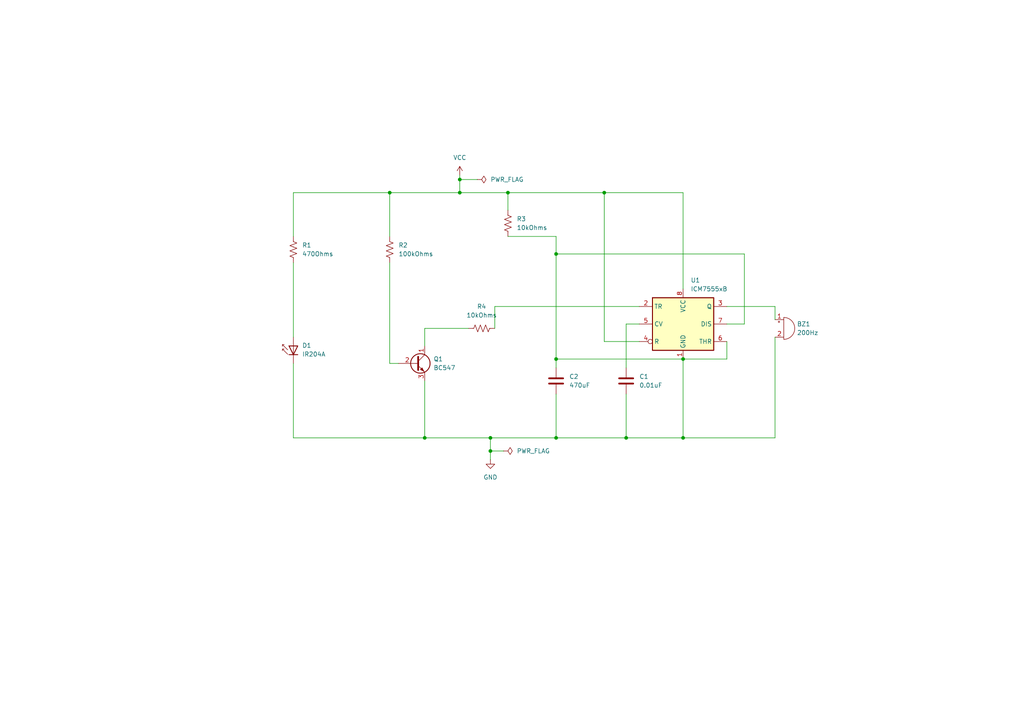
<source format=kicad_sch>
(kicad_sch (version 20231120) (generator "eeschema") (generator_version "8.0")
  (paper "A4")
  (lib_symbols
    (symbol "Device:Buzzer" (pin_names (offset 0.0254) hide)
      (property "Reference" "BZ" (at 3.81 1.27 0))
      (property "Value" "Buzzer" (at 3.81 -1.27 0))
      (symbol "Buzzer_0_1"
        (arc (start 0 -3.175) (mid 3.1612 0) (end 0 3.175))
        (polyline (pts (xy -1.651 1.905) (xy -1.143 1.905)))
        (polyline (pts (xy -1.397 2.159) (xy -1.397 1.651)))
        (polyline (pts (xy 0 3.175) (xy 0 -3.175)))
      )
      (symbol "Buzzer_1_1"
        (pin passive line (at -2.54 2.54 0) (length 2.54) (name "+") (number "1"))
        (pin passive line (at -2.54 -2.54 0) (length 2.54) (name "-") (number "2"))
      )
    )
    (symbol "Device:C" (pin_numbers hide) (pin_names (offset 0.254))
      (property "Reference" "C" (at 0.635 2.54 0))
      (property "Value" "C" (at 0.635 -2.54 0))
      (symbol "C_0_1"
        (polyline (pts (xy -2.032 -0.762) (xy 2.032 -0.762)) (stroke (width 0.508)))
        (polyline (pts (xy -2.032 0.762) (xy 2.032 0.762)) (stroke (width 0.508)))
      )
      (symbol "C_1_1"
        (pin passive line (at 0 3.81 270) (length 2.794) (name "~") (number "1"))
        (pin passive line (at 0 -3.81 90) (length 2.794) (name "~") (number "2"))
      )
    )
    (symbol "Device:R_US" (pin_numbers hide) (pin_names (offset 0))
      (property "Reference" "R" (at 2.54 0 90))
      (property "Value" "R_US" (at -2.54 0 90))
      (symbol "R_US_0_1"
        (polyline (pts (xy 0 -2.286) (xy 0 -2.54)))
        (polyline (pts (xy 0 2.286) (xy 0 2.54)))
        (polyline (pts (xy 0 -0.762) (xy 1.016 -1.143) (xy 0 -1.524) (xy -1.016 -1.905) (xy 0 -2.286)))
        (polyline (pts (xy 0 0.762) (xy 1.016 0.381) (xy 0 0) (xy -1.016 -0.381) (xy 0 -0.762)))
        (polyline (pts (xy 0 2.286) (xy 1.016 1.905) (xy 0 1.524) (xy -1.016 1.143) (xy 0 0.762)))
      )
      (symbol "R_US_1_1"
        (pin passive line (at 0 3.81 270) (length 1.27) (name "~") (number "1"))
        (pin passive line (at 0 -3.81 90) (length 1.27) (name "~") (number "2"))
      )
    )
    (symbol "LED:IR204A" (pin_numbers hide) (pin_names (offset 1.016) hide)
      (property "Reference" "D" (at 0.508 1.778 0))
      (property "Value" "IR204A" (at -1.016 -2.794 0))
      (symbol "IR204A_0_1"
        (polyline (pts (xy -2.54 1.27) (xy -2.54 -1.27)) (stroke (width 0.254)))
        (polyline (pts (xy 0 0) (xy -2.54 0)))
        (polyline (pts (xy 0.381 3.175) (xy -0.127 3.175)))
        (polyline (pts (xy -1.143 1.651) (xy 0.381 3.175) (xy 0.381 2.667)))
        (polyline (pts (xy 0 1.27) (xy -2.54 0) (xy 0 -1.27) (xy 0 1.27)) (stroke (width 0.254)))
        (polyline (pts (xy -2.413 1.651) (xy -0.889 3.175) (xy -0.889 2.667) (xy -0.889 3.175) (xy -1.397 3.175)))
      )
      (symbol "IR204A_1_1"
        (pin passive line (at -5.08 0 0) (length 2.54) (name "K") (number "1"))
        (pin passive line (at 2.54 0 180) (length 2.54) (name "A") (number "2"))
      )
    )
    (symbol "Timer:ICM7555xB"
      (property "Reference" "U" (at -10.16 8.89 0))
      (property "Value" "ICM7555xB" (at 2.54 8.89 0))
      (symbol "ICM7555xB_0_0"
        (pin power_in line (at 0 -10.16 90) (length 2.54) (name "GND") (number "1"))
        (pin power_in line (at 0 10.16 270) (length 2.54) (name "VCC") (number "8"))
      )
      (symbol "ICM7555xB_0_1"
        (rectangle (start -8.89 -7.62) (end 8.89 7.62) (stroke (width 0.254)) (fill (type background)))
        (rectangle (start -8.89 -7.62) (end 8.89 7.62) (stroke (width 0.254)) (fill (type background)))
      )
      (symbol "ICM7555xB_1_1"
        (pin input line (at -12.7 5.08 0) (length 3.81) (name "TR") (number "2"))
        (pin output line (at 12.7 5.08 180) (length 3.81) (name "Q") (number "3"))
        (pin input inverted (at -12.7 -5.08 0) (length 3.81) (name "R") (number "4"))
        (pin input line (at -12.7 0 0) (length 3.81) (name "CV") (number "5"))
        (pin input line (at 12.7 -5.08 180) (length 3.81) (name "THR") (number "6"))
        (pin input line (at 12.7 0 180) (length 3.81) (name "DIS") (number "7"))
      )
    )
    (symbol "Transistor_BJT:BC547" (pin_names (offset 0) hide)
      (property "Reference" "Q" (at 5.08 1.905 0))
      (property "Value" "BC547" (at 5.08 0 0))
      (symbol "BC547_0_1"
        (polyline (pts (xy 0 0) (xy 0.635 0)))
        (polyline (pts (xy 0.635 0.635) (xy 2.54 2.54)))
        (polyline (pts (xy 0.635 -0.635) (xy 2.54 -2.54) (xy 2.54 -2.54)))
        (polyline (pts (xy 0.635 1.905) (xy 0.635 -1.905) (xy 0.635 -1.905)) (stroke (width 0.508)))
        (polyline (pts (xy 1.27 -1.778) (xy 1.778 -1.27) (xy 2.286 -2.286) (xy 1.27 -1.778) (xy 1.27 -1.778)) (fill (type outline)))
        (circle (center 1.27 0) (radius 2.8194) (stroke (width 0.254)))
      )
      (symbol "BC547_1_1"
        (pin passive line (at 2.54 5.08 270) (length 2.54) (name "C") (number "1"))
        (pin input line (at -5.08 0 0) (length 5.08) (name "B") (number "2"))
        (pin passive line (at 2.54 -5.08 90) (length 2.54) (name "E") (number "3"))
      )
    )
    (symbol "power:GND" (power) (pin_numbers hide) (pin_names (offset 0) hide)
      (property "Value" "GND" (at 0 -3.81 0))
      (symbol "GND_0_1"
        (polyline (pts (xy 0 0) (xy 0 -1.27) (xy 1.27 -1.27) (xy 0 -2.54) (xy -1.27 -1.27) (xy 0 -1.27)))
      )
      (symbol "GND_1_1"
        (pin power_in line (at 0 0 270) (length 0) (name "~") (number "1"))
      )
    )
    (symbol "power:PWR_FLAG" (power) (pin_numbers hide) (pin_names (offset 0) hide)
      (property "Value" "PWR_FLAG" (at 0 3.81 0))
      (symbol "PWR_FLAG_0_0"
        (pin power_out line (at 0 0 90) (length 0) (name "~") (number "1"))
      )
      (symbol "PWR_FLAG_0_1"
        (polyline (pts (xy 0 0) (xy 0 1.27) (xy -1.016 1.905) (xy 0 2.54) (xy 1.016 1.905) (xy 0 1.27)))
      )
    )
    (symbol "power:VCC" (power) (pin_numbers hide) (pin_names (offset 0) hide)
      (property "Value" "VCC" (at 0 3.556 0))
      (symbol "VCC_0_1"
        (polyline (pts (xy -0.762 1.27) (xy 0 2.54)))
        (polyline (pts (xy 0 0) (xy 0 2.54)))
        (polyline (pts (xy 0 2.54) (xy 0.762 1.27)))
      )
      (symbol "VCC_1_1"
        (pin power_in line (at 0 0 90) (length 0) (name "~") (number "1"))
      )
    )
  )
  (junction (at 198.12 104.14))
  (junction (at 181.61 127))
  (junction (at 123.19 127))
  (junction (at 161.29 127))
  (junction (at 113.03 55.88))
  (junction (at 198.12 127))
  (junction (at 133.35 55.88))
  (junction (at 161.29 104.14))
  (junction (at 175.26 55.88))
  (junction (at 142.24 130.81))
  (junction (at 142.24 127))
  (junction (at 147.32 55.88))
  (junction (at 133.35 52.07))
  (junction (at 161.29 73.66))
  (wire (pts (xy 142.24 130.81) (xy 146.05 130.81)))
  (wire (pts (xy 133.35 50.8) (xy 133.35 52.07)))
  (wire (pts (xy 185.42 88.9) (xy 143.51 88.9)))
  (wire (pts (xy 198.12 104.14) (xy 198.12 127)))
  (wire (pts (xy 142.24 127) (xy 161.29 127)))
  (wire (pts (xy 161.29 104.14) (xy 161.29 73.66)))
  (wire (pts (xy 185.42 93.98) (xy 181.61 93.98)))
  (wire (pts (xy 215.9 73.66) (xy 161.29 73.66)))
  (wire (pts (xy 210.82 93.98) (xy 215.9 93.98)))
  (wire (pts (xy 181.61 93.98) (xy 181.61 106.68)))
  (wire (pts (xy 198.12 83.82) (xy 198.12 55.88)))
  (wire (pts (xy 147.32 55.88) (xy 133.35 55.88)))
  (wire (pts (xy 210.82 88.9) (xy 224.79 88.9)))
  (wire (pts (xy 133.35 52.07) (xy 138.43 52.07)))
  (wire (pts (xy 185.42 99.06) (xy 175.26 99.06)))
  (wire (pts (xy 215.9 93.98) (xy 215.9 73.66)))
  (wire (pts (xy 123.19 127) (xy 142.24 127)))
  (wire (pts (xy 143.51 88.9) (xy 143.51 95.25)))
  (wire (pts (xy 113.03 55.88) (xy 133.35 55.88)))
  (wire (pts (xy 133.35 52.07) (xy 133.35 55.88)))
  (wire (pts (xy 161.29 114.3) (xy 161.29 127)))
  (wire (pts (xy 147.32 55.88) (xy 147.32 60.96)))
  (wire (pts (xy 224.79 127) (xy 224.79 97.79)))
  (wire (pts (xy 181.61 127) (xy 198.12 127)))
  (wire (pts (xy 198.12 127) (xy 224.79 127)))
  (wire (pts (xy 85.09 55.88) (xy 113.03 55.88)))
  (wire (pts (xy 85.09 55.88) (xy 85.09 68.58)))
  (wire (pts (xy 175.26 99.06) (xy 175.26 55.88)))
  (wire (pts (xy 115.57 105.41) (xy 113.03 105.41)))
  (wire (pts (xy 142.24 133.35) (xy 142.24 130.81)))
  (wire (pts (xy 161.29 68.58) (xy 147.32 68.58)))
  (wire (pts (xy 161.29 106.68) (xy 161.29 104.14)))
  (wire (pts (xy 113.03 68.58) (xy 113.03 55.88)))
  (wire (pts (xy 123.19 100.33) (xy 123.19 95.25)))
  (wire (pts (xy 198.12 55.88) (xy 175.26 55.88)))
  (wire (pts (xy 113.03 105.41) (xy 113.03 76.2)))
  (wire (pts (xy 142.24 130.81) (xy 142.24 127)))
  (wire (pts (xy 85.09 127) (xy 123.19 127)))
  (wire (pts (xy 85.09 76.2) (xy 85.09 97.79)))
  (wire (pts (xy 210.82 99.06) (xy 210.82 104.14)))
  (wire (pts (xy 181.61 114.3) (xy 181.61 127)))
  (wire (pts (xy 198.12 104.14) (xy 161.29 104.14)))
  (wire (pts (xy 210.82 104.14) (xy 198.12 104.14)))
  (wire (pts (xy 161.29 127) (xy 181.61 127)))
  (wire (pts (xy 175.26 55.88) (xy 147.32 55.88)))
  (wire (pts (xy 161.29 73.66) (xy 161.29 68.58)))
  (wire (pts (xy 85.09 105.41) (xy 85.09 127)))
  (wire (pts (xy 224.79 92.71) (xy 224.79 88.9)))
  (wire (pts (xy 123.19 95.25) (xy 135.89 95.25)))
  (wire (pts (xy 123.19 110.49) (xy 123.19 127)))
  (symbol (lib_id "power:GND") (at 142.24 133.35 0) (unit 1)
    (property "Reference" "#PWR02" (effects (hide yes)))
    (property "Value" "GND" (at 142.24 138.43 0))
    (property "Description" "Power symbol creates a global label with name \"GND\" , ground" (effects (hide yes)))
  )
  (symbol (lib_id "Device:R_US") (at 113.03 72.39 0) (unit 1)
    (property "Reference" "R2" (at 115.57 71.1199 0) (effects (justify left)))
    (property "Value" "100kOhms" (at 115.57 73.6599 0) (effects (justify left)))
    (property "Footprint" "Resistor_THT:R_Axial_DIN0204_L3.6mm_D1.6mm_P2.54mm_Vertical" (effects (hide yes)))
    (property "Description" "Resistor, US symbol" (effects (hide yes)))
  )
  (symbol (lib_id "Device:R_US") (at 139.7 95.25 270) (unit 1)
    (property "Reference" "R4" (at 139.7 88.9 90))
    (property "Value" "10kOhms" (at 139.7 91.44 90))
    (property "Footprint" "Resistor_THT:R_Axial_DIN0204_L3.6mm_D1.6mm_P5.08mm_Vertical" (effects (hide yes)))
    (property "Description" "Resistor, US symbol" (effects (hide yes)))
  )
  (symbol (lib_id "Device:Buzzer") (at 227.33 95.25 0) (unit 1)
    (property "Reference" "BZ1" (at 231.14 93.9799 0) (effects (justify left)))
    (property "Value" "200Hz" (at 231.14 96.5199 0) (effects (justify left)))
    (property "Footprint" "Button_Switch_THT:SW_DIP_SPSTx01_Piano_10.8x4.1mm_W7.62mm_P2.54mm" (effects (hide yes)))
    (property "Description" "Buzzer, polarized" (effects (hide yes)))
  )
  (symbol (lib_id "power:PWR_FLAG") (at 138.43 52.07 270) (unit 1)
    (property "Reference" "#FLG01" (effects (hide yes)))
    (property "Value" "PWR_FLAG" (at 142.24 52.0699 90) (effects (justify left)))
    (property "Description" "Special symbol for telling ERC where power comes from" (effects (hide yes)))
  )
  (symbol (lib_id "Device:C") (at 161.29 110.49 0) (unit 1)
    (property "Reference" "C2" (at 165.1 109.2199 0) (effects (justify left)))
    (property "Value" "470uF" (at 165.1 111.7599 0) (effects (justify left)))
    (property "Footprint" "Capacitor_THT:CP_Axial_L10.0mm_D6.0mm_P15.00mm_Horizontal" (effects (hide yes)))
    (property "Description" "Unpolarized capacitor" (effects (hide yes)))
  )
  (symbol (lib_id "Transistor_BJT:BC547") (at 120.65 105.41 0) (unit 1)
    (property "Reference" "Q1" (at 125.73 104.1399 0) (effects (justify left)))
    (property "Value" "BC547" (at 125.73 106.6799 0) (effects (justify left)))
    (property "Footprint" "Package_TO_SOT_THT:TO-92_Inline" (effects (hide yes)))
    (property "Datasheet" "https://www.onsemi.com/pub/Collateral/BC550-D.pdf" (effects (hide yes)))
    (property "Description" "0.1A Ic, 45V Vce, Small Signal NPN Transistor, TO-92" (effects (hide yes)))
  )
  (symbol (lib_id "Device:R_US") (at 85.09 72.39 0) (unit 1)
    (property "Reference" "R1" (at 87.63 71.1199 0) (effects (justify left)))
    (property "Value" "470Ohms" (at 87.63 73.6599 0) (effects (justify left)))
    (property "Footprint" "Resistor_THT:R_Axial_DIN0204_L3.6mm_D1.6mm_P1.90mm_Vertical" (effects (hide yes)))
    (property "Description" "Resistor, US symbol" (effects (hide yes)))
  )
  (symbol (lib_id "LED:IR204A") (at 85.09 100.33 90) (unit 1)
    (property "Reference" "D1" (at 87.63 100.2029 90) (effects (justify right)))
    (property "Value" "IR204A" (at 87.63 102.7429 90) (effects (justify right)))
    (property "Footprint" "LED_THT:LED_D3.0mm_IRBlack" (effects (hide yes)))
    (property "Datasheet" "http://www.everlight.com/file/ProductFile/IR204-A.pdf" (effects (hide yes)))
    (property "Description" "Infrared LED , 3mm LED package" (effects (hide yes)))
  )
  (symbol (lib_id "Device:C") (at 181.61 110.49 0) (unit 1)
    (property "Reference" "C1" (at 185.42 109.2199 0) (effects (justify left)))
    (property "Value" "0.01uF" (at 185.42 111.7599 0) (effects (justify left)))
    (property "Footprint" "Capacitor_THT:CP_Axial_L10.0mm_D4.5mm_P15.00mm_Horizontal" (effects (hide yes)))
    (property "Description" "Unpolarized capacitor" (effects (hide yes)))
  )
  (symbol (lib_id "power:VCC") (at 133.35 50.8 0) (unit 1)
    (property "Reference" "#PWR01" (effects (hide yes)))
    (property "Value" "VCC" (at 133.35 45.72 0))
    (property "Description" "Power symbol creates a global label with name \"VCC\"" (effects (hide yes)))
  )
  (symbol (lib_id "Timer:ICM7555xB") (at 198.12 93.98 0) (unit 1)
    (property "Reference" "U1" (at 200.3141 81.28 0) (effects (justify left)))
    (property "Value" "ICM7555xB" (at 200.3141 83.82 0) (effects (justify left)))
    (property "Footprint" "Package_SO:SOIC-8_3.9x4.9mm_P1.27mm" (effects (hide yes)))
    (property "Datasheet" "http://www.intersil.com/content/dam/Intersil/documents/icm7/icm7555-56.pdf" (effects (hide yes)))
    (property "Description" "CMOS General Purpose Timer, 555 compatible, SOIC-8" (effects (hide yes)))
  )
  (symbol (lib_id "Device:R_US") (at 147.32 64.77 0) (unit 1)
    (property "Reference" "R3" (at 149.86 63.4999 0) (effects (justify left)))
    (property "Value" "10kOhms" (at 149.86 66.0399 0) (effects (justify left)))
    (property "Footprint" "Resistor_THT:R_Axial_DIN0204_L3.6mm_D1.6mm_P5.08mm_Vertical" (effects (hide yes)))
    (property "Description" "Resistor, US symbol" (effects (hide yes)))
  )
  (symbol (lib_id "power:PWR_FLAG") (at 146.05 130.81 270) (unit 1)
    (property "Reference" "#FLG02" (effects (hide yes)))
    (property "Value" "PWR_FLAG" (at 149.86 130.8099 90) (effects (justify left)))
    (property "Description" "Special symbol for telling ERC where power comes from" (effects (hide yes)))
  )
)
</source>
